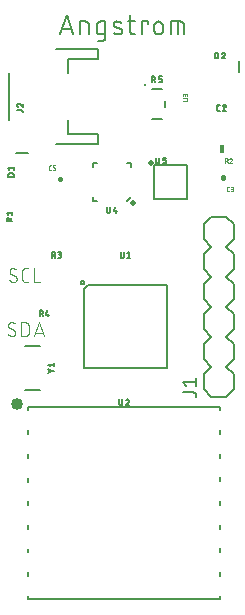
<source format=gbr>
G04 EAGLE Gerber RS-274X export*
G75*
%MOMM*%
%FSLAX34Y34*%
%LPD*%
%INSilkscreen Top*%
%IPPOS*%
%AMOC8*
5,1,8,0,0,1.08239X$1,22.5*%
G01*
%ADD10C,0.152400*%
%ADD11C,0.101600*%
%ADD12C,0.127000*%
%ADD13C,0.381000*%
%ADD14C,0.025400*%
%ADD15C,0.203200*%
%ADD16R,0.381000X0.762000*%
%ADD17C,1.016000*%
%ADD18C,0.254000*%
%ADD19C,0.508000*%


D10*
X51562Y637032D02*
X56981Y653288D01*
X62399Y637032D01*
X61045Y641096D02*
X52917Y641096D01*
X68478Y637032D02*
X68478Y647869D01*
X72994Y647869D01*
X73098Y647867D01*
X73201Y647861D01*
X73305Y647851D01*
X73408Y647837D01*
X73510Y647819D01*
X73611Y647798D01*
X73712Y647772D01*
X73811Y647743D01*
X73910Y647710D01*
X74007Y647673D01*
X74102Y647632D01*
X74196Y647588D01*
X74288Y647540D01*
X74378Y647489D01*
X74467Y647434D01*
X74553Y647376D01*
X74636Y647314D01*
X74718Y647250D01*
X74796Y647182D01*
X74872Y647112D01*
X74946Y647039D01*
X75016Y646962D01*
X75084Y646884D01*
X75148Y646802D01*
X75210Y646719D01*
X75268Y646633D01*
X75323Y646544D01*
X75374Y646454D01*
X75422Y646362D01*
X75466Y646268D01*
X75507Y646173D01*
X75544Y646076D01*
X75577Y645977D01*
X75606Y645878D01*
X75632Y645777D01*
X75653Y645676D01*
X75671Y645574D01*
X75685Y645471D01*
X75695Y645367D01*
X75701Y645264D01*
X75703Y645160D01*
X75703Y637032D01*
X85183Y637032D02*
X89698Y637032D01*
X85183Y637032D02*
X85082Y637034D01*
X84981Y637040D01*
X84880Y637049D01*
X84779Y637062D01*
X84679Y637079D01*
X84580Y637100D01*
X84482Y637124D01*
X84385Y637152D01*
X84288Y637184D01*
X84193Y637219D01*
X84100Y637258D01*
X84008Y637300D01*
X83917Y637346D01*
X83829Y637395D01*
X83742Y637447D01*
X83657Y637503D01*
X83574Y637561D01*
X83494Y637623D01*
X83416Y637688D01*
X83340Y637755D01*
X83267Y637825D01*
X83197Y637898D01*
X83130Y637974D01*
X83065Y638052D01*
X83003Y638132D01*
X82945Y638215D01*
X82889Y638300D01*
X82837Y638387D01*
X82788Y638475D01*
X82742Y638566D01*
X82700Y638658D01*
X82661Y638751D01*
X82626Y638846D01*
X82594Y638943D01*
X82566Y639040D01*
X82542Y639138D01*
X82521Y639237D01*
X82504Y639337D01*
X82491Y639438D01*
X82482Y639539D01*
X82476Y639640D01*
X82474Y639741D01*
X82473Y639741D02*
X82473Y645160D01*
X82474Y645160D02*
X82476Y645261D01*
X82482Y645362D01*
X82491Y645463D01*
X82504Y645564D01*
X82521Y645664D01*
X82542Y645763D01*
X82566Y645861D01*
X82594Y645958D01*
X82626Y646055D01*
X82661Y646150D01*
X82700Y646243D01*
X82742Y646335D01*
X82788Y646426D01*
X82837Y646515D01*
X82889Y646601D01*
X82945Y646686D01*
X83003Y646769D01*
X83065Y646849D01*
X83130Y646927D01*
X83197Y647003D01*
X83267Y647076D01*
X83340Y647146D01*
X83416Y647213D01*
X83494Y647278D01*
X83574Y647340D01*
X83657Y647398D01*
X83742Y647454D01*
X83829Y647506D01*
X83917Y647555D01*
X84008Y647601D01*
X84100Y647643D01*
X84193Y647682D01*
X84288Y647717D01*
X84385Y647749D01*
X84482Y647777D01*
X84580Y647801D01*
X84679Y647822D01*
X84779Y647839D01*
X84880Y647852D01*
X84981Y647861D01*
X85082Y647867D01*
X85183Y647869D01*
X89698Y647869D01*
X89698Y634323D01*
X89696Y634219D01*
X89690Y634116D01*
X89680Y634012D01*
X89666Y633909D01*
X89648Y633807D01*
X89627Y633706D01*
X89601Y633605D01*
X89572Y633506D01*
X89539Y633407D01*
X89502Y633310D01*
X89461Y633215D01*
X89417Y633121D01*
X89369Y633029D01*
X89318Y632939D01*
X89263Y632850D01*
X89205Y632764D01*
X89143Y632681D01*
X89079Y632599D01*
X89011Y632521D01*
X88941Y632445D01*
X88868Y632371D01*
X88791Y632301D01*
X88713Y632233D01*
X88631Y632169D01*
X88548Y632107D01*
X88462Y632049D01*
X88373Y631994D01*
X88283Y631943D01*
X88191Y631895D01*
X88097Y631851D01*
X88002Y631810D01*
X87905Y631773D01*
X87806Y631740D01*
X87707Y631711D01*
X87606Y631685D01*
X87505Y631664D01*
X87403Y631646D01*
X87300Y631632D01*
X87196Y631622D01*
X87093Y631616D01*
X86989Y631614D01*
X86989Y631613D02*
X83376Y631613D01*
X97969Y643354D02*
X102485Y641548D01*
X97969Y643354D02*
X97881Y643391D01*
X97795Y643432D01*
X97710Y643476D01*
X97627Y643524D01*
X97547Y643575D01*
X97468Y643629D01*
X97392Y643687D01*
X97318Y643747D01*
X97246Y643811D01*
X97178Y643877D01*
X97112Y643947D01*
X97049Y644018D01*
X96988Y644093D01*
X96931Y644169D01*
X96878Y644248D01*
X96827Y644329D01*
X96780Y644412D01*
X96736Y644497D01*
X96696Y644584D01*
X96659Y644672D01*
X96626Y644762D01*
X96596Y644853D01*
X96571Y644945D01*
X96549Y645038D01*
X96531Y645132D01*
X96516Y645226D01*
X96506Y645321D01*
X96500Y645417D01*
X96497Y645512D01*
X96498Y645608D01*
X96504Y645703D01*
X96513Y645799D01*
X96526Y645893D01*
X96542Y645987D01*
X96563Y646081D01*
X96588Y646173D01*
X96616Y646264D01*
X96648Y646354D01*
X96683Y646443D01*
X96722Y646530D01*
X96765Y646616D01*
X96811Y646700D01*
X96861Y646781D01*
X96913Y646861D01*
X96969Y646939D01*
X97029Y647014D01*
X97091Y647086D01*
X97156Y647156D01*
X97224Y647224D01*
X97294Y647288D01*
X97367Y647350D01*
X97443Y647408D01*
X97521Y647464D01*
X97601Y647516D01*
X97683Y647565D01*
X97767Y647610D01*
X97853Y647652D01*
X97940Y647691D01*
X98029Y647726D01*
X98120Y647757D01*
X98211Y647784D01*
X98304Y647808D01*
X98397Y647828D01*
X98491Y647844D01*
X98586Y647856D01*
X98681Y647865D01*
X98777Y647869D01*
X98872Y647870D01*
X99119Y647863D01*
X99365Y647851D01*
X99611Y647833D01*
X99857Y647808D01*
X100101Y647778D01*
X100345Y647742D01*
X100588Y647701D01*
X100830Y647653D01*
X101071Y647599D01*
X101310Y647540D01*
X101548Y647475D01*
X101784Y647404D01*
X102019Y647328D01*
X102252Y647246D01*
X102482Y647158D01*
X102710Y647065D01*
X102937Y646967D01*
X102485Y641547D02*
X102573Y641510D01*
X102659Y641469D01*
X102744Y641425D01*
X102827Y641377D01*
X102907Y641326D01*
X102986Y641272D01*
X103062Y641214D01*
X103136Y641154D01*
X103208Y641090D01*
X103276Y641024D01*
X103342Y640954D01*
X103405Y640883D01*
X103466Y640808D01*
X103523Y640732D01*
X103576Y640653D01*
X103627Y640572D01*
X103674Y640489D01*
X103718Y640404D01*
X103758Y640317D01*
X103795Y640229D01*
X103828Y640139D01*
X103858Y640048D01*
X103883Y639956D01*
X103905Y639863D01*
X103923Y639769D01*
X103938Y639675D01*
X103948Y639580D01*
X103954Y639484D01*
X103957Y639389D01*
X103956Y639293D01*
X103950Y639198D01*
X103941Y639102D01*
X103928Y639008D01*
X103912Y638914D01*
X103891Y638820D01*
X103866Y638728D01*
X103838Y638637D01*
X103806Y638547D01*
X103771Y638458D01*
X103732Y638371D01*
X103689Y638285D01*
X103643Y638201D01*
X103593Y638120D01*
X103541Y638040D01*
X103485Y637962D01*
X103425Y637887D01*
X103363Y637815D01*
X103298Y637745D01*
X103230Y637677D01*
X103160Y637613D01*
X103087Y637551D01*
X103011Y637493D01*
X102933Y637437D01*
X102853Y637385D01*
X102771Y637336D01*
X102687Y637291D01*
X102601Y637249D01*
X102514Y637210D01*
X102425Y637175D01*
X102334Y637144D01*
X102243Y637117D01*
X102150Y637093D01*
X102057Y637073D01*
X101963Y637057D01*
X101868Y637045D01*
X101773Y637036D01*
X101677Y637032D01*
X101582Y637031D01*
X101581Y637032D02*
X101219Y637041D01*
X100857Y637059D01*
X100496Y637086D01*
X100136Y637121D01*
X99776Y637164D01*
X99417Y637216D01*
X99060Y637277D01*
X98705Y637346D01*
X98351Y637423D01*
X97999Y637509D01*
X97649Y637603D01*
X97301Y637706D01*
X96956Y637816D01*
X96614Y637935D01*
X108864Y647869D02*
X114283Y647869D01*
X110671Y653288D02*
X110671Y639741D01*
X110673Y639640D01*
X110679Y639539D01*
X110688Y639438D01*
X110701Y639337D01*
X110718Y639237D01*
X110739Y639138D01*
X110763Y639040D01*
X110791Y638943D01*
X110823Y638846D01*
X110858Y638751D01*
X110897Y638658D01*
X110939Y638566D01*
X110985Y638475D01*
X111034Y638387D01*
X111086Y638300D01*
X111142Y638215D01*
X111200Y638132D01*
X111262Y638052D01*
X111327Y637974D01*
X111394Y637898D01*
X111464Y637825D01*
X111537Y637755D01*
X111613Y637688D01*
X111691Y637623D01*
X111771Y637561D01*
X111854Y637503D01*
X111939Y637447D01*
X112026Y637395D01*
X112114Y637346D01*
X112205Y637300D01*
X112297Y637258D01*
X112390Y637219D01*
X112485Y637184D01*
X112582Y637152D01*
X112679Y637124D01*
X112777Y637100D01*
X112876Y637079D01*
X112976Y637062D01*
X113077Y637049D01*
X113178Y637040D01*
X113279Y637034D01*
X113380Y637032D01*
X114283Y637032D01*
X120667Y637032D02*
X120667Y647869D01*
X126086Y647869D01*
X126086Y646063D01*
X131003Y644257D02*
X131003Y640644D01*
X131004Y644257D02*
X131006Y644376D01*
X131012Y644496D01*
X131022Y644615D01*
X131036Y644733D01*
X131053Y644852D01*
X131075Y644969D01*
X131100Y645086D01*
X131130Y645201D01*
X131163Y645316D01*
X131200Y645430D01*
X131240Y645542D01*
X131285Y645653D01*
X131333Y645762D01*
X131384Y645870D01*
X131439Y645976D01*
X131498Y646080D01*
X131560Y646182D01*
X131625Y646282D01*
X131694Y646380D01*
X131766Y646476D01*
X131841Y646569D01*
X131918Y646659D01*
X131999Y646747D01*
X132083Y646832D01*
X132170Y646914D01*
X132259Y646994D01*
X132351Y647070D01*
X132445Y647144D01*
X132542Y647214D01*
X132640Y647281D01*
X132741Y647345D01*
X132845Y647405D01*
X132950Y647462D01*
X133057Y647515D01*
X133165Y647565D01*
X133275Y647611D01*
X133387Y647653D01*
X133500Y647692D01*
X133614Y647727D01*
X133729Y647758D01*
X133846Y647786D01*
X133963Y647809D01*
X134080Y647829D01*
X134199Y647845D01*
X134318Y647857D01*
X134437Y647865D01*
X134556Y647869D01*
X134676Y647869D01*
X134795Y647865D01*
X134914Y647857D01*
X135033Y647845D01*
X135152Y647829D01*
X135269Y647809D01*
X135386Y647786D01*
X135503Y647758D01*
X135618Y647727D01*
X135732Y647692D01*
X135845Y647653D01*
X135957Y647611D01*
X136067Y647565D01*
X136175Y647515D01*
X136282Y647462D01*
X136387Y647405D01*
X136491Y647345D01*
X136592Y647281D01*
X136690Y647214D01*
X136787Y647144D01*
X136881Y647070D01*
X136973Y646994D01*
X137062Y646914D01*
X137149Y646832D01*
X137233Y646747D01*
X137314Y646659D01*
X137391Y646569D01*
X137466Y646476D01*
X137538Y646380D01*
X137607Y646282D01*
X137672Y646182D01*
X137734Y646080D01*
X137793Y645976D01*
X137848Y645870D01*
X137899Y645762D01*
X137947Y645653D01*
X137992Y645542D01*
X138032Y645430D01*
X138069Y645316D01*
X138102Y645201D01*
X138132Y645086D01*
X138157Y644969D01*
X138179Y644852D01*
X138196Y644733D01*
X138210Y644615D01*
X138220Y644496D01*
X138226Y644376D01*
X138228Y644257D01*
X138228Y640644D01*
X138226Y640525D01*
X138220Y640405D01*
X138210Y640286D01*
X138196Y640168D01*
X138179Y640049D01*
X138157Y639932D01*
X138132Y639815D01*
X138102Y639700D01*
X138069Y639585D01*
X138032Y639471D01*
X137992Y639359D01*
X137947Y639248D01*
X137899Y639139D01*
X137848Y639031D01*
X137793Y638925D01*
X137734Y638821D01*
X137672Y638719D01*
X137607Y638619D01*
X137538Y638521D01*
X137466Y638425D01*
X137391Y638332D01*
X137314Y638242D01*
X137233Y638154D01*
X137149Y638069D01*
X137062Y637987D01*
X136973Y637907D01*
X136881Y637831D01*
X136787Y637757D01*
X136690Y637687D01*
X136592Y637620D01*
X136491Y637556D01*
X136387Y637496D01*
X136282Y637439D01*
X136175Y637386D01*
X136067Y637336D01*
X135957Y637290D01*
X135845Y637248D01*
X135732Y637209D01*
X135618Y637174D01*
X135503Y637143D01*
X135386Y637115D01*
X135269Y637092D01*
X135152Y637072D01*
X135033Y637056D01*
X134914Y637044D01*
X134795Y637036D01*
X134676Y637032D01*
X134556Y637032D01*
X134437Y637036D01*
X134318Y637044D01*
X134199Y637056D01*
X134080Y637072D01*
X133963Y637092D01*
X133846Y637115D01*
X133729Y637143D01*
X133614Y637174D01*
X133500Y637209D01*
X133387Y637248D01*
X133275Y637290D01*
X133165Y637336D01*
X133057Y637386D01*
X132950Y637439D01*
X132845Y637496D01*
X132741Y637556D01*
X132640Y637620D01*
X132542Y637687D01*
X132445Y637757D01*
X132351Y637831D01*
X132259Y637907D01*
X132170Y637987D01*
X132083Y638069D01*
X131999Y638154D01*
X131918Y638242D01*
X131841Y638332D01*
X131766Y638425D01*
X131694Y638521D01*
X131625Y638619D01*
X131560Y638719D01*
X131498Y638821D01*
X131439Y638925D01*
X131384Y639031D01*
X131333Y639139D01*
X131285Y639248D01*
X131240Y639359D01*
X131200Y639471D01*
X131163Y639585D01*
X131130Y639700D01*
X131100Y639815D01*
X131075Y639932D01*
X131053Y640049D01*
X131036Y640168D01*
X131022Y640286D01*
X131012Y640405D01*
X131006Y640525D01*
X131004Y640644D01*
X145349Y637032D02*
X145349Y647869D01*
X153477Y647869D01*
X153578Y647867D01*
X153679Y647861D01*
X153780Y647852D01*
X153881Y647839D01*
X153981Y647822D01*
X154080Y647801D01*
X154178Y647777D01*
X154275Y647749D01*
X154372Y647717D01*
X154467Y647682D01*
X154560Y647643D01*
X154652Y647601D01*
X154743Y647555D01*
X154832Y647506D01*
X154918Y647454D01*
X155003Y647398D01*
X155086Y647340D01*
X155166Y647278D01*
X155244Y647213D01*
X155320Y647146D01*
X155393Y647076D01*
X155463Y647003D01*
X155530Y646927D01*
X155595Y646849D01*
X155657Y646769D01*
X155715Y646686D01*
X155771Y646601D01*
X155823Y646515D01*
X155872Y646426D01*
X155918Y646335D01*
X155960Y646243D01*
X155999Y646150D01*
X156034Y646055D01*
X156066Y645958D01*
X156094Y645861D01*
X156118Y645763D01*
X156139Y645664D01*
X156156Y645564D01*
X156169Y645463D01*
X156178Y645362D01*
X156184Y645261D01*
X156186Y645160D01*
X156187Y645160D02*
X156187Y637032D01*
X150768Y637032D02*
X150768Y647869D01*
D11*
X14619Y429824D02*
X14617Y429725D01*
X14611Y429625D01*
X14602Y429526D01*
X14589Y429428D01*
X14572Y429330D01*
X14551Y429232D01*
X14526Y429136D01*
X14498Y429041D01*
X14466Y428947D01*
X14431Y428854D01*
X14392Y428762D01*
X14349Y428672D01*
X14304Y428584D01*
X14254Y428497D01*
X14202Y428413D01*
X14146Y428330D01*
X14088Y428250D01*
X14026Y428172D01*
X13961Y428097D01*
X13893Y428024D01*
X13823Y427954D01*
X13750Y427886D01*
X13675Y427821D01*
X13597Y427759D01*
X13517Y427701D01*
X13434Y427645D01*
X13350Y427593D01*
X13263Y427543D01*
X13175Y427498D01*
X13085Y427455D01*
X12993Y427416D01*
X12900Y427381D01*
X12806Y427349D01*
X12711Y427321D01*
X12615Y427296D01*
X12517Y427275D01*
X12419Y427258D01*
X12321Y427245D01*
X12222Y427236D01*
X12122Y427230D01*
X12023Y427228D01*
X11879Y427230D01*
X11734Y427236D01*
X11590Y427245D01*
X11447Y427258D01*
X11303Y427275D01*
X11160Y427296D01*
X11018Y427321D01*
X10877Y427349D01*
X10736Y427381D01*
X10596Y427417D01*
X10457Y427456D01*
X10319Y427499D01*
X10183Y427546D01*
X10047Y427596D01*
X9913Y427650D01*
X9781Y427707D01*
X9650Y427768D01*
X9521Y427832D01*
X9393Y427900D01*
X9267Y427970D01*
X9143Y428045D01*
X9022Y428122D01*
X8902Y428203D01*
X8784Y428286D01*
X8669Y428373D01*
X8556Y428463D01*
X8445Y428556D01*
X8337Y428651D01*
X8231Y428750D01*
X8128Y428851D01*
X8453Y436316D02*
X8455Y436415D01*
X8461Y436515D01*
X8470Y436614D01*
X8483Y436712D01*
X8500Y436810D01*
X8521Y436908D01*
X8546Y437004D01*
X8574Y437099D01*
X8606Y437193D01*
X8641Y437286D01*
X8680Y437378D01*
X8723Y437468D01*
X8768Y437556D01*
X8818Y437643D01*
X8870Y437727D01*
X8926Y437810D01*
X8984Y437890D01*
X9046Y437968D01*
X9111Y438043D01*
X9179Y438116D01*
X9249Y438186D01*
X9322Y438254D01*
X9397Y438319D01*
X9475Y438381D01*
X9555Y438439D01*
X9638Y438495D01*
X9722Y438547D01*
X9809Y438597D01*
X9897Y438642D01*
X9987Y438685D01*
X10079Y438724D01*
X10172Y438759D01*
X10266Y438791D01*
X10361Y438819D01*
X10458Y438844D01*
X10555Y438865D01*
X10653Y438882D01*
X10751Y438895D01*
X10850Y438904D01*
X10950Y438910D01*
X11049Y438912D01*
X11185Y438910D01*
X11321Y438904D01*
X11457Y438895D01*
X11593Y438882D01*
X11728Y438864D01*
X11862Y438844D01*
X11996Y438819D01*
X12130Y438791D01*
X12262Y438758D01*
X12393Y438723D01*
X12524Y438683D01*
X12653Y438640D01*
X12781Y438594D01*
X12907Y438543D01*
X13033Y438490D01*
X13156Y438432D01*
X13278Y438372D01*
X13398Y438308D01*
X13517Y438240D01*
X13633Y438170D01*
X13747Y438096D01*
X13860Y438019D01*
X13970Y437938D01*
X9751Y434044D02*
X9665Y434097D01*
X9581Y434154D01*
X9499Y434213D01*
X9419Y434276D01*
X9342Y434342D01*
X9267Y434410D01*
X9195Y434482D01*
X9126Y434556D01*
X9060Y434633D01*
X8997Y434712D01*
X8937Y434794D01*
X8880Y434878D01*
X8826Y434964D01*
X8776Y435052D01*
X8729Y435142D01*
X8685Y435233D01*
X8646Y435327D01*
X8609Y435421D01*
X8577Y435517D01*
X8548Y435615D01*
X8523Y435713D01*
X8502Y435812D01*
X8484Y435912D01*
X8471Y436012D01*
X8461Y436113D01*
X8455Y436215D01*
X8453Y436316D01*
X13321Y432096D02*
X13407Y432043D01*
X13491Y431986D01*
X13573Y431927D01*
X13653Y431864D01*
X13730Y431798D01*
X13805Y431730D01*
X13877Y431658D01*
X13946Y431584D01*
X14012Y431507D01*
X14075Y431428D01*
X14135Y431346D01*
X14192Y431262D01*
X14246Y431176D01*
X14296Y431088D01*
X14343Y430998D01*
X14387Y430907D01*
X14426Y430813D01*
X14463Y430719D01*
X14495Y430623D01*
X14524Y430525D01*
X14549Y430427D01*
X14570Y430328D01*
X14588Y430228D01*
X14601Y430128D01*
X14611Y430027D01*
X14617Y429925D01*
X14619Y429824D01*
X13321Y432096D02*
X9751Y434044D01*
X21740Y427228D02*
X24337Y427228D01*
X21740Y427228D02*
X21641Y427230D01*
X21541Y427236D01*
X21442Y427245D01*
X21344Y427258D01*
X21246Y427275D01*
X21148Y427296D01*
X21052Y427321D01*
X20957Y427349D01*
X20863Y427381D01*
X20770Y427416D01*
X20678Y427455D01*
X20588Y427498D01*
X20500Y427543D01*
X20413Y427593D01*
X20329Y427645D01*
X20246Y427701D01*
X20166Y427759D01*
X20088Y427821D01*
X20013Y427886D01*
X19940Y427954D01*
X19870Y428024D01*
X19802Y428097D01*
X19737Y428172D01*
X19675Y428250D01*
X19617Y428330D01*
X19561Y428413D01*
X19509Y428497D01*
X19459Y428584D01*
X19414Y428672D01*
X19371Y428762D01*
X19332Y428854D01*
X19297Y428947D01*
X19265Y429041D01*
X19237Y429136D01*
X19212Y429232D01*
X19191Y429330D01*
X19174Y429428D01*
X19161Y429526D01*
X19152Y429625D01*
X19146Y429725D01*
X19144Y429824D01*
X19144Y436316D01*
X19146Y436415D01*
X19152Y436515D01*
X19161Y436614D01*
X19174Y436712D01*
X19191Y436810D01*
X19212Y436908D01*
X19237Y437004D01*
X19265Y437099D01*
X19297Y437193D01*
X19332Y437286D01*
X19371Y437378D01*
X19414Y437468D01*
X19459Y437556D01*
X19509Y437643D01*
X19561Y437727D01*
X19617Y437810D01*
X19675Y437890D01*
X19737Y437968D01*
X19802Y438043D01*
X19870Y438116D01*
X19940Y438186D01*
X20013Y438254D01*
X20088Y438319D01*
X20166Y438381D01*
X20246Y438439D01*
X20329Y438495D01*
X20413Y438547D01*
X20500Y438597D01*
X20588Y438642D01*
X20678Y438685D01*
X20770Y438724D01*
X20862Y438759D01*
X20957Y438791D01*
X21052Y438819D01*
X21148Y438844D01*
X21246Y438865D01*
X21344Y438882D01*
X21442Y438895D01*
X21541Y438904D01*
X21641Y438910D01*
X21740Y438912D01*
X24337Y438912D01*
X29106Y438912D02*
X29106Y427228D01*
X34298Y427228D01*
X13349Y384104D02*
X13347Y384005D01*
X13341Y383905D01*
X13332Y383806D01*
X13319Y383708D01*
X13302Y383610D01*
X13281Y383512D01*
X13256Y383416D01*
X13228Y383321D01*
X13196Y383227D01*
X13161Y383134D01*
X13122Y383042D01*
X13079Y382952D01*
X13034Y382864D01*
X12984Y382777D01*
X12932Y382693D01*
X12876Y382610D01*
X12818Y382530D01*
X12756Y382452D01*
X12691Y382377D01*
X12623Y382304D01*
X12553Y382234D01*
X12480Y382166D01*
X12405Y382101D01*
X12327Y382039D01*
X12247Y381981D01*
X12164Y381925D01*
X12080Y381873D01*
X11993Y381823D01*
X11905Y381778D01*
X11815Y381735D01*
X11723Y381696D01*
X11630Y381661D01*
X11536Y381629D01*
X11441Y381601D01*
X11345Y381576D01*
X11247Y381555D01*
X11149Y381538D01*
X11051Y381525D01*
X10952Y381516D01*
X10852Y381510D01*
X10753Y381508D01*
X10609Y381510D01*
X10464Y381516D01*
X10320Y381525D01*
X10177Y381538D01*
X10033Y381555D01*
X9890Y381576D01*
X9748Y381601D01*
X9607Y381629D01*
X9466Y381661D01*
X9326Y381697D01*
X9187Y381736D01*
X9049Y381779D01*
X8913Y381826D01*
X8777Y381876D01*
X8643Y381930D01*
X8511Y381987D01*
X8380Y382048D01*
X8251Y382112D01*
X8123Y382180D01*
X7997Y382250D01*
X7873Y382325D01*
X7752Y382402D01*
X7632Y382483D01*
X7514Y382566D01*
X7399Y382653D01*
X7286Y382743D01*
X7175Y382836D01*
X7067Y382931D01*
X6961Y383030D01*
X6858Y383131D01*
X7183Y390596D02*
X7185Y390695D01*
X7191Y390795D01*
X7200Y390894D01*
X7213Y390992D01*
X7230Y391090D01*
X7251Y391188D01*
X7276Y391284D01*
X7304Y391379D01*
X7336Y391473D01*
X7371Y391566D01*
X7410Y391658D01*
X7453Y391748D01*
X7498Y391836D01*
X7548Y391923D01*
X7600Y392007D01*
X7656Y392090D01*
X7714Y392170D01*
X7776Y392248D01*
X7841Y392323D01*
X7909Y392396D01*
X7979Y392466D01*
X8052Y392534D01*
X8127Y392599D01*
X8205Y392661D01*
X8285Y392719D01*
X8368Y392775D01*
X8452Y392827D01*
X8539Y392877D01*
X8627Y392922D01*
X8717Y392965D01*
X8809Y393004D01*
X8902Y393039D01*
X8996Y393071D01*
X9091Y393099D01*
X9188Y393124D01*
X9285Y393145D01*
X9383Y393162D01*
X9481Y393175D01*
X9580Y393184D01*
X9680Y393190D01*
X9779Y393192D01*
X9915Y393190D01*
X10051Y393184D01*
X10187Y393175D01*
X10323Y393162D01*
X10458Y393144D01*
X10592Y393124D01*
X10726Y393099D01*
X10860Y393071D01*
X10992Y393038D01*
X11123Y393003D01*
X11254Y392963D01*
X11383Y392920D01*
X11511Y392874D01*
X11637Y392823D01*
X11763Y392770D01*
X11886Y392712D01*
X12008Y392652D01*
X12128Y392588D01*
X12247Y392520D01*
X12363Y392450D01*
X12477Y392376D01*
X12590Y392299D01*
X12700Y392218D01*
X8481Y388324D02*
X8395Y388377D01*
X8311Y388434D01*
X8229Y388493D01*
X8149Y388556D01*
X8072Y388622D01*
X7997Y388690D01*
X7925Y388762D01*
X7856Y388836D01*
X7790Y388913D01*
X7727Y388992D01*
X7667Y389074D01*
X7610Y389158D01*
X7556Y389244D01*
X7506Y389332D01*
X7459Y389422D01*
X7415Y389513D01*
X7376Y389607D01*
X7339Y389701D01*
X7307Y389797D01*
X7278Y389895D01*
X7253Y389993D01*
X7232Y390092D01*
X7214Y390192D01*
X7201Y390292D01*
X7191Y390393D01*
X7185Y390495D01*
X7183Y390596D01*
X12051Y386376D02*
X12137Y386323D01*
X12221Y386266D01*
X12303Y386207D01*
X12383Y386144D01*
X12460Y386078D01*
X12535Y386010D01*
X12607Y385938D01*
X12676Y385864D01*
X12742Y385787D01*
X12805Y385708D01*
X12865Y385626D01*
X12922Y385542D01*
X12976Y385456D01*
X13026Y385368D01*
X13073Y385278D01*
X13117Y385187D01*
X13156Y385093D01*
X13193Y384999D01*
X13225Y384903D01*
X13254Y384805D01*
X13279Y384707D01*
X13300Y384608D01*
X13318Y384508D01*
X13331Y384408D01*
X13341Y384307D01*
X13347Y384205D01*
X13349Y384104D01*
X12051Y386376D02*
X8481Y388324D01*
X18288Y393192D02*
X18288Y381508D01*
X18288Y393192D02*
X21534Y393192D01*
X21647Y393190D01*
X21760Y393184D01*
X21873Y393174D01*
X21986Y393160D01*
X22098Y393143D01*
X22209Y393121D01*
X22319Y393096D01*
X22429Y393066D01*
X22537Y393033D01*
X22644Y392996D01*
X22750Y392956D01*
X22854Y392911D01*
X22957Y392863D01*
X23058Y392812D01*
X23157Y392757D01*
X23254Y392699D01*
X23349Y392637D01*
X23442Y392572D01*
X23532Y392504D01*
X23620Y392433D01*
X23706Y392358D01*
X23789Y392281D01*
X23869Y392201D01*
X23946Y392118D01*
X24021Y392032D01*
X24092Y391944D01*
X24160Y391854D01*
X24225Y391761D01*
X24287Y391666D01*
X24345Y391569D01*
X24400Y391470D01*
X24451Y391369D01*
X24499Y391266D01*
X24544Y391162D01*
X24584Y391056D01*
X24621Y390949D01*
X24654Y390841D01*
X24684Y390731D01*
X24709Y390621D01*
X24731Y390510D01*
X24748Y390398D01*
X24762Y390285D01*
X24772Y390172D01*
X24778Y390059D01*
X24780Y389946D01*
X24779Y389946D02*
X24779Y384754D01*
X24780Y384754D02*
X24778Y384641D01*
X24772Y384528D01*
X24762Y384415D01*
X24748Y384302D01*
X24731Y384190D01*
X24709Y384079D01*
X24684Y383969D01*
X24654Y383859D01*
X24621Y383751D01*
X24584Y383644D01*
X24544Y383538D01*
X24499Y383434D01*
X24451Y383331D01*
X24400Y383230D01*
X24345Y383131D01*
X24287Y383034D01*
X24225Y382939D01*
X24160Y382846D01*
X24092Y382756D01*
X24021Y382668D01*
X23946Y382582D01*
X23869Y382499D01*
X23789Y382419D01*
X23706Y382342D01*
X23620Y382267D01*
X23532Y382196D01*
X23442Y382128D01*
X23349Y382063D01*
X23254Y382001D01*
X23157Y381943D01*
X23058Y381888D01*
X22957Y381837D01*
X22854Y381789D01*
X22750Y381744D01*
X22644Y381704D01*
X22537Y381667D01*
X22429Y381634D01*
X22319Y381604D01*
X22209Y381579D01*
X22098Y381557D01*
X21986Y381540D01*
X21873Y381526D01*
X21760Y381516D01*
X21647Y381510D01*
X21534Y381508D01*
X18288Y381508D01*
X29450Y381508D02*
X33345Y393192D01*
X37239Y381508D01*
X36266Y384429D02*
X30424Y384429D01*
D12*
X185392Y572135D02*
X186464Y572135D01*
X185392Y572135D02*
X185327Y572137D01*
X185263Y572143D01*
X185199Y572153D01*
X185135Y572166D01*
X185073Y572184D01*
X185012Y572205D01*
X184952Y572229D01*
X184894Y572258D01*
X184837Y572290D01*
X184783Y572325D01*
X184731Y572363D01*
X184681Y572405D01*
X184634Y572449D01*
X184590Y572496D01*
X184548Y572546D01*
X184510Y572598D01*
X184475Y572652D01*
X184443Y572709D01*
X184414Y572767D01*
X184390Y572827D01*
X184369Y572888D01*
X184351Y572950D01*
X184338Y573014D01*
X184328Y573078D01*
X184322Y573142D01*
X184320Y573207D01*
X184319Y573207D02*
X184319Y575889D01*
X184320Y575889D02*
X184322Y575954D01*
X184328Y576018D01*
X184338Y576082D01*
X184351Y576146D01*
X184369Y576208D01*
X184390Y576269D01*
X184414Y576329D01*
X184443Y576387D01*
X184475Y576444D01*
X184510Y576498D01*
X184548Y576550D01*
X184590Y576600D01*
X184634Y576647D01*
X184681Y576691D01*
X184731Y576733D01*
X184783Y576771D01*
X184837Y576806D01*
X184894Y576838D01*
X184952Y576867D01*
X185012Y576891D01*
X185073Y576912D01*
X185135Y576930D01*
X185199Y576943D01*
X185263Y576953D01*
X185327Y576959D01*
X185392Y576961D01*
X186464Y576961D01*
X188920Y575889D02*
X190260Y576961D01*
X190260Y572135D01*
X188920Y572135D02*
X191601Y572135D01*
X186464Y572389D02*
X185392Y572389D01*
X185327Y572391D01*
X185263Y572397D01*
X185199Y572407D01*
X185135Y572420D01*
X185073Y572438D01*
X185012Y572459D01*
X184952Y572483D01*
X184894Y572512D01*
X184837Y572544D01*
X184783Y572579D01*
X184731Y572617D01*
X184681Y572659D01*
X184634Y572703D01*
X184590Y572750D01*
X184548Y572800D01*
X184510Y572852D01*
X184475Y572906D01*
X184443Y572963D01*
X184414Y573021D01*
X184390Y573081D01*
X184369Y573142D01*
X184351Y573204D01*
X184338Y573268D01*
X184328Y573332D01*
X184322Y573396D01*
X184320Y573461D01*
X184319Y573461D02*
X184319Y576143D01*
X184320Y576143D02*
X184322Y576208D01*
X184328Y576272D01*
X184338Y576336D01*
X184351Y576400D01*
X184369Y576462D01*
X184390Y576523D01*
X184414Y576583D01*
X184443Y576641D01*
X184475Y576698D01*
X184510Y576752D01*
X184548Y576804D01*
X184590Y576854D01*
X184634Y576901D01*
X184681Y576945D01*
X184731Y576987D01*
X184783Y577025D01*
X184837Y577060D01*
X184894Y577092D01*
X184952Y577121D01*
X185012Y577145D01*
X185073Y577166D01*
X185135Y577184D01*
X185199Y577197D01*
X185263Y577207D01*
X185327Y577213D01*
X185392Y577215D01*
X186464Y577215D01*
X190394Y577215D02*
X190462Y577213D01*
X190529Y577207D01*
X190596Y577198D01*
X190663Y577185D01*
X190728Y577168D01*
X190793Y577147D01*
X190856Y577123D01*
X190918Y577095D01*
X190978Y577064D01*
X191036Y577030D01*
X191092Y576992D01*
X191147Y576952D01*
X191198Y576908D01*
X191247Y576861D01*
X191294Y576812D01*
X191338Y576761D01*
X191378Y576706D01*
X191416Y576650D01*
X191450Y576592D01*
X191481Y576532D01*
X191509Y576470D01*
X191533Y576407D01*
X191554Y576342D01*
X191571Y576277D01*
X191584Y576210D01*
X191593Y576143D01*
X191599Y576076D01*
X191601Y576008D01*
X190394Y577215D02*
X190316Y577213D01*
X190238Y577207D01*
X190161Y577197D01*
X190084Y577184D01*
X190008Y577166D01*
X189933Y577145D01*
X189859Y577120D01*
X189787Y577091D01*
X189716Y577059D01*
X189647Y577023D01*
X189579Y576984D01*
X189514Y576941D01*
X189451Y576895D01*
X189390Y576846D01*
X189332Y576794D01*
X189277Y576739D01*
X189224Y576682D01*
X189175Y576622D01*
X189128Y576559D01*
X189085Y576495D01*
X189045Y576428D01*
X189008Y576359D01*
X188975Y576288D01*
X188945Y576216D01*
X188919Y576143D01*
X191199Y575070D02*
X191248Y575119D01*
X191295Y575171D01*
X191338Y575226D01*
X191379Y575283D01*
X191417Y575342D01*
X191451Y575403D01*
X191482Y575466D01*
X191510Y575530D01*
X191534Y575596D01*
X191554Y575662D01*
X191571Y575730D01*
X191584Y575799D01*
X191593Y575868D01*
X191599Y575938D01*
X191601Y576008D01*
X191199Y575070D02*
X188920Y572389D01*
X191601Y572389D01*
D13*
X189230Y515899D02*
X189230Y515341D01*
D14*
X193666Y504063D02*
X194512Y504063D01*
X193666Y504063D02*
X193611Y504065D01*
X193555Y504070D01*
X193501Y504079D01*
X193447Y504092D01*
X193394Y504108D01*
X193342Y504127D01*
X193291Y504150D01*
X193243Y504176D01*
X193195Y504206D01*
X193150Y504238D01*
X193108Y504273D01*
X193067Y504311D01*
X193029Y504352D01*
X192994Y504394D01*
X192962Y504439D01*
X192932Y504487D01*
X192906Y504535D01*
X192883Y504586D01*
X192864Y504638D01*
X192848Y504691D01*
X192835Y504745D01*
X192826Y504799D01*
X192821Y504855D01*
X192819Y504910D01*
X192819Y507026D01*
X192821Y507084D01*
X192827Y507141D01*
X192837Y507198D01*
X192850Y507255D01*
X192868Y507310D01*
X192889Y507363D01*
X192914Y507416D01*
X192942Y507466D01*
X192974Y507514D01*
X193009Y507561D01*
X193047Y507604D01*
X193088Y507645D01*
X193131Y507683D01*
X193178Y507718D01*
X193226Y507750D01*
X193276Y507778D01*
X193329Y507803D01*
X193382Y507824D01*
X193437Y507842D01*
X193494Y507855D01*
X193551Y507865D01*
X193608Y507871D01*
X193666Y507873D01*
X194512Y507873D01*
X195876Y504063D02*
X196935Y504063D01*
X196999Y504065D01*
X197063Y504071D01*
X197126Y504080D01*
X197188Y504094D01*
X197250Y504111D01*
X197310Y504132D01*
X197369Y504156D01*
X197427Y504184D01*
X197482Y504216D01*
X197536Y504250D01*
X197587Y504288D01*
X197637Y504329D01*
X197683Y504373D01*
X197727Y504419D01*
X197768Y504469D01*
X197806Y504520D01*
X197840Y504574D01*
X197872Y504629D01*
X197900Y504687D01*
X197924Y504746D01*
X197945Y504806D01*
X197962Y504868D01*
X197976Y504930D01*
X197985Y504993D01*
X197991Y505057D01*
X197993Y505121D01*
X197991Y505185D01*
X197985Y505249D01*
X197976Y505312D01*
X197962Y505374D01*
X197945Y505436D01*
X197924Y505496D01*
X197900Y505555D01*
X197872Y505613D01*
X197840Y505668D01*
X197806Y505722D01*
X197768Y505773D01*
X197727Y505823D01*
X197683Y505869D01*
X197637Y505913D01*
X197587Y505954D01*
X197536Y505992D01*
X197482Y506026D01*
X197427Y506058D01*
X197369Y506086D01*
X197310Y506110D01*
X197250Y506131D01*
X197188Y506148D01*
X197126Y506162D01*
X197063Y506171D01*
X196999Y506177D01*
X196935Y506179D01*
X197146Y507873D02*
X195876Y507873D01*
X197146Y507873D02*
X197203Y507871D01*
X197259Y507865D01*
X197315Y507856D01*
X197370Y507843D01*
X197424Y507826D01*
X197477Y507806D01*
X197528Y507782D01*
X197578Y507755D01*
X197625Y507724D01*
X197671Y507691D01*
X197714Y507654D01*
X197755Y507615D01*
X197793Y507573D01*
X197828Y507528D01*
X197860Y507482D01*
X197889Y507433D01*
X197914Y507383D01*
X197936Y507330D01*
X197955Y507277D01*
X197970Y507222D01*
X197981Y507167D01*
X197989Y507111D01*
X197993Y507054D01*
X197993Y506998D01*
X197989Y506941D01*
X197981Y506885D01*
X197970Y506830D01*
X197955Y506775D01*
X197936Y506722D01*
X197914Y506669D01*
X197889Y506619D01*
X197860Y506570D01*
X197828Y506524D01*
X197793Y506479D01*
X197755Y506437D01*
X197714Y506398D01*
X197671Y506361D01*
X197625Y506328D01*
X197578Y506297D01*
X197528Y506270D01*
X197477Y506246D01*
X197424Y506226D01*
X197370Y506209D01*
X197315Y506196D01*
X197259Y506187D01*
X197203Y506181D01*
X197146Y506179D01*
X197146Y506180D02*
X196300Y506180D01*
D13*
X50800Y514071D02*
X50800Y514629D01*
D14*
X43730Y522097D02*
X42884Y522097D01*
X42829Y522099D01*
X42773Y522104D01*
X42719Y522113D01*
X42665Y522126D01*
X42612Y522142D01*
X42560Y522161D01*
X42509Y522184D01*
X42461Y522210D01*
X42413Y522240D01*
X42368Y522272D01*
X42326Y522307D01*
X42285Y522345D01*
X42247Y522386D01*
X42212Y522428D01*
X42180Y522473D01*
X42150Y522521D01*
X42124Y522569D01*
X42101Y522620D01*
X42082Y522672D01*
X42066Y522725D01*
X42053Y522779D01*
X42044Y522833D01*
X42039Y522889D01*
X42037Y522944D01*
X42037Y525060D01*
X42039Y525118D01*
X42045Y525175D01*
X42055Y525232D01*
X42068Y525289D01*
X42086Y525344D01*
X42107Y525397D01*
X42132Y525450D01*
X42160Y525500D01*
X42192Y525548D01*
X42227Y525595D01*
X42265Y525638D01*
X42306Y525679D01*
X42349Y525717D01*
X42396Y525752D01*
X42444Y525784D01*
X42494Y525812D01*
X42547Y525837D01*
X42600Y525858D01*
X42655Y525876D01*
X42712Y525889D01*
X42769Y525899D01*
X42826Y525905D01*
X42884Y525907D01*
X43730Y525907D01*
X45094Y522097D02*
X46364Y522097D01*
X46419Y522099D01*
X46475Y522104D01*
X46529Y522113D01*
X46583Y522126D01*
X46636Y522142D01*
X46688Y522161D01*
X46739Y522184D01*
X46788Y522210D01*
X46835Y522240D01*
X46880Y522272D01*
X46922Y522307D01*
X46963Y522345D01*
X47001Y522386D01*
X47036Y522428D01*
X47068Y522473D01*
X47098Y522521D01*
X47124Y522569D01*
X47147Y522620D01*
X47166Y522672D01*
X47182Y522725D01*
X47195Y522779D01*
X47204Y522833D01*
X47209Y522889D01*
X47211Y522944D01*
X47211Y523367D01*
X47209Y523422D01*
X47204Y523478D01*
X47195Y523532D01*
X47182Y523586D01*
X47166Y523639D01*
X47147Y523691D01*
X47124Y523742D01*
X47098Y523791D01*
X47068Y523838D01*
X47036Y523883D01*
X47001Y523925D01*
X46963Y523966D01*
X46922Y524004D01*
X46880Y524039D01*
X46835Y524071D01*
X46788Y524101D01*
X46739Y524127D01*
X46688Y524150D01*
X46636Y524169D01*
X46583Y524185D01*
X46529Y524198D01*
X46475Y524207D01*
X46419Y524212D01*
X46364Y524214D01*
X45094Y524214D01*
X45094Y525907D01*
X47211Y525907D01*
D12*
X23813Y536575D02*
X14288Y536575D01*
X12065Y516525D02*
X7239Y516525D01*
X7239Y517865D01*
X7241Y517935D01*
X7246Y518005D01*
X7256Y518075D01*
X7268Y518144D01*
X7285Y518212D01*
X7305Y518279D01*
X7328Y518346D01*
X7355Y518410D01*
X7385Y518474D01*
X7419Y518536D01*
X7455Y518595D01*
X7495Y518653D01*
X7538Y518709D01*
X7583Y518762D01*
X7632Y518813D01*
X7683Y518862D01*
X7736Y518907D01*
X7792Y518950D01*
X7850Y518990D01*
X7910Y519026D01*
X7971Y519060D01*
X8035Y519090D01*
X8099Y519117D01*
X8166Y519140D01*
X8233Y519160D01*
X8301Y519177D01*
X8370Y519189D01*
X8440Y519199D01*
X8510Y519204D01*
X8580Y519206D01*
X10724Y519206D01*
X10794Y519204D01*
X10864Y519199D01*
X10934Y519189D01*
X11003Y519177D01*
X11071Y519160D01*
X11138Y519140D01*
X11205Y519117D01*
X11269Y519090D01*
X11333Y519060D01*
X11395Y519026D01*
X11454Y518990D01*
X11512Y518950D01*
X11568Y518907D01*
X11621Y518862D01*
X11672Y518813D01*
X11721Y518762D01*
X11766Y518709D01*
X11809Y518653D01*
X11849Y518595D01*
X11885Y518535D01*
X11919Y518474D01*
X11949Y518410D01*
X11976Y518346D01*
X11999Y518279D01*
X12019Y518212D01*
X12036Y518144D01*
X12048Y518075D01*
X12058Y518005D01*
X12063Y517935D01*
X12065Y517865D01*
X12065Y516525D01*
X8311Y522194D02*
X7239Y523535D01*
X12065Y523535D01*
X12065Y524875D02*
X12065Y522194D01*
X202565Y604838D02*
X202565Y614363D01*
X182515Y616585D02*
X182515Y621411D01*
X183855Y621411D01*
X183925Y621409D01*
X183995Y621404D01*
X184065Y621394D01*
X184134Y621382D01*
X184202Y621365D01*
X184269Y621345D01*
X184336Y621322D01*
X184400Y621295D01*
X184464Y621265D01*
X184526Y621231D01*
X184585Y621195D01*
X184643Y621155D01*
X184699Y621112D01*
X184752Y621067D01*
X184803Y621018D01*
X184852Y620967D01*
X184897Y620914D01*
X184940Y620858D01*
X184980Y620800D01*
X185016Y620741D01*
X185050Y620679D01*
X185080Y620615D01*
X185107Y620551D01*
X185130Y620484D01*
X185150Y620417D01*
X185167Y620349D01*
X185179Y620280D01*
X185189Y620210D01*
X185194Y620140D01*
X185196Y620070D01*
X185196Y617926D01*
X185194Y617856D01*
X185189Y617786D01*
X185179Y617716D01*
X185167Y617647D01*
X185150Y617579D01*
X185130Y617512D01*
X185107Y617445D01*
X185080Y617381D01*
X185050Y617317D01*
X185016Y617255D01*
X184980Y617196D01*
X184940Y617138D01*
X184897Y617082D01*
X184852Y617029D01*
X184803Y616978D01*
X184752Y616929D01*
X184699Y616884D01*
X184643Y616841D01*
X184585Y616801D01*
X184525Y616765D01*
X184464Y616731D01*
X184400Y616701D01*
X184336Y616674D01*
X184269Y616651D01*
X184202Y616631D01*
X184134Y616614D01*
X184065Y616602D01*
X183995Y616592D01*
X183925Y616587D01*
X183855Y616585D01*
X182515Y616585D01*
X189659Y621411D02*
X189727Y621409D01*
X189794Y621403D01*
X189861Y621394D01*
X189928Y621381D01*
X189993Y621364D01*
X190058Y621343D01*
X190121Y621319D01*
X190183Y621291D01*
X190243Y621260D01*
X190301Y621226D01*
X190357Y621188D01*
X190412Y621148D01*
X190463Y621104D01*
X190512Y621057D01*
X190559Y621008D01*
X190603Y620957D01*
X190643Y620902D01*
X190681Y620846D01*
X190715Y620788D01*
X190746Y620728D01*
X190774Y620666D01*
X190798Y620603D01*
X190819Y620538D01*
X190836Y620473D01*
X190849Y620406D01*
X190858Y620339D01*
X190864Y620272D01*
X190866Y620204D01*
X189659Y621411D02*
X189581Y621409D01*
X189503Y621403D01*
X189426Y621393D01*
X189349Y621380D01*
X189273Y621362D01*
X189198Y621341D01*
X189124Y621316D01*
X189052Y621287D01*
X188981Y621255D01*
X188912Y621219D01*
X188844Y621180D01*
X188779Y621137D01*
X188716Y621091D01*
X188655Y621042D01*
X188597Y620990D01*
X188542Y620935D01*
X188489Y620878D01*
X188440Y620818D01*
X188393Y620755D01*
X188350Y620691D01*
X188310Y620624D01*
X188273Y620555D01*
X188240Y620484D01*
X188210Y620412D01*
X188184Y620339D01*
X190463Y619266D02*
X190512Y619315D01*
X190559Y619367D01*
X190602Y619422D01*
X190643Y619479D01*
X190681Y619538D01*
X190715Y619599D01*
X190746Y619662D01*
X190774Y619726D01*
X190798Y619792D01*
X190818Y619858D01*
X190835Y619926D01*
X190848Y619995D01*
X190857Y620064D01*
X190863Y620134D01*
X190865Y620204D01*
X190463Y619266D02*
X188184Y616585D01*
X190865Y616585D01*
D15*
X172720Y463550D02*
X179070Y457200D01*
X172720Y463550D02*
X172720Y476250D01*
X179070Y482600D01*
X191770Y482600D02*
X198120Y476250D01*
X198120Y463550D01*
X191770Y457200D01*
X172720Y425450D02*
X172720Y412750D01*
X172720Y425450D02*
X179070Y431800D01*
X191770Y431800D02*
X198120Y425450D01*
X179070Y431800D02*
X172720Y438150D01*
X172720Y450850D01*
X179070Y457200D01*
X191770Y457200D02*
X198120Y450850D01*
X198120Y438150D01*
X191770Y431800D01*
X172720Y387350D02*
X179070Y381000D01*
X172720Y387350D02*
X172720Y400050D01*
X179070Y406400D01*
X191770Y406400D02*
X198120Y400050D01*
X198120Y387350D01*
X191770Y381000D01*
X179070Y406400D02*
X172720Y412750D01*
X191770Y406400D02*
X198120Y412750D01*
X198120Y425450D01*
X172720Y349250D02*
X172720Y336550D01*
X172720Y349250D02*
X179070Y355600D01*
X191770Y355600D02*
X198120Y349250D01*
X179070Y355600D02*
X172720Y361950D01*
X172720Y374650D01*
X179070Y381000D01*
X191770Y381000D02*
X198120Y374650D01*
X198120Y361950D01*
X191770Y355600D01*
X191770Y330200D02*
X179070Y330200D01*
X172720Y336550D01*
X191770Y330200D02*
X198120Y336550D01*
X198120Y349250D01*
X191770Y482600D02*
X179070Y482600D01*
D12*
X163957Y333883D02*
X155067Y333883D01*
X163957Y333883D02*
X164057Y333881D01*
X164156Y333875D01*
X164256Y333865D01*
X164354Y333852D01*
X164453Y333834D01*
X164550Y333813D01*
X164646Y333788D01*
X164742Y333759D01*
X164836Y333726D01*
X164929Y333690D01*
X165020Y333650D01*
X165110Y333606D01*
X165198Y333559D01*
X165284Y333509D01*
X165368Y333455D01*
X165450Y333398D01*
X165529Y333338D01*
X165607Y333274D01*
X165681Y333208D01*
X165753Y333139D01*
X165822Y333067D01*
X165888Y332993D01*
X165952Y332915D01*
X166012Y332836D01*
X166069Y332754D01*
X166123Y332670D01*
X166173Y332584D01*
X166220Y332496D01*
X166264Y332406D01*
X166304Y332315D01*
X166340Y332222D01*
X166373Y332128D01*
X166402Y332032D01*
X166427Y331936D01*
X166448Y331839D01*
X166466Y331740D01*
X166479Y331642D01*
X166489Y331542D01*
X166495Y331443D01*
X166497Y331343D01*
X166497Y330073D01*
X157607Y339292D02*
X155067Y342467D01*
X166497Y342467D01*
X166497Y339292D02*
X166497Y345642D01*
X10795Y478548D02*
X5969Y478548D01*
X5969Y479889D01*
X5971Y479960D01*
X5977Y480032D01*
X5986Y480102D01*
X5999Y480172D01*
X6016Y480242D01*
X6037Y480310D01*
X6061Y480377D01*
X6089Y480443D01*
X6120Y480507D01*
X6155Y480570D01*
X6193Y480630D01*
X6234Y480689D01*
X6278Y480745D01*
X6325Y480799D01*
X6374Y480850D01*
X6427Y480898D01*
X6482Y480944D01*
X6539Y480986D01*
X6599Y481026D01*
X6660Y481062D01*
X6724Y481095D01*
X6789Y481124D01*
X6855Y481150D01*
X6923Y481173D01*
X6992Y481192D01*
X7062Y481207D01*
X7132Y481218D01*
X7203Y481226D01*
X7274Y481230D01*
X7346Y481230D01*
X7417Y481226D01*
X7488Y481218D01*
X7558Y481207D01*
X7628Y481192D01*
X7697Y481173D01*
X7765Y481150D01*
X7831Y481124D01*
X7896Y481095D01*
X7960Y481062D01*
X8021Y481026D01*
X8081Y480986D01*
X8138Y480944D01*
X8193Y480898D01*
X8246Y480850D01*
X8295Y480799D01*
X8342Y480745D01*
X8386Y480689D01*
X8427Y480630D01*
X8465Y480570D01*
X8500Y480507D01*
X8531Y480443D01*
X8559Y480377D01*
X8583Y480310D01*
X8604Y480242D01*
X8621Y480172D01*
X8634Y480102D01*
X8643Y480032D01*
X8649Y479960D01*
X8651Y479889D01*
X8650Y479889D02*
X8650Y478548D01*
X8650Y480157D02*
X10795Y481229D01*
X7041Y483971D02*
X5969Y485311D01*
X10795Y485311D01*
X10795Y483971D02*
X10795Y486652D01*
D16*
X187960Y539750D03*
D14*
X190970Y532003D02*
X190970Y528193D01*
X190970Y532003D02*
X192028Y532003D01*
X192092Y532001D01*
X192156Y531995D01*
X192219Y531986D01*
X192281Y531972D01*
X192343Y531955D01*
X192403Y531934D01*
X192462Y531910D01*
X192520Y531882D01*
X192575Y531850D01*
X192629Y531816D01*
X192680Y531778D01*
X192730Y531737D01*
X192776Y531693D01*
X192820Y531647D01*
X192861Y531597D01*
X192899Y531546D01*
X192933Y531492D01*
X192965Y531437D01*
X192993Y531379D01*
X193017Y531320D01*
X193038Y531260D01*
X193055Y531198D01*
X193069Y531136D01*
X193078Y531073D01*
X193084Y531009D01*
X193086Y530945D01*
X193084Y530881D01*
X193078Y530817D01*
X193069Y530754D01*
X193055Y530692D01*
X193038Y530630D01*
X193017Y530570D01*
X192993Y530511D01*
X192965Y530453D01*
X192933Y530398D01*
X192899Y530344D01*
X192861Y530293D01*
X192820Y530243D01*
X192776Y530197D01*
X192730Y530153D01*
X192680Y530112D01*
X192629Y530074D01*
X192575Y530040D01*
X192520Y530008D01*
X192462Y529980D01*
X192403Y529956D01*
X192343Y529935D01*
X192281Y529918D01*
X192219Y529904D01*
X192156Y529895D01*
X192092Y529889D01*
X192028Y529887D01*
X192028Y529886D02*
X190970Y529886D01*
X192240Y529886D02*
X193086Y528193D01*
X196724Y531051D02*
X196722Y531111D01*
X196716Y531170D01*
X196707Y531230D01*
X196694Y531288D01*
X196677Y531345D01*
X196657Y531402D01*
X196633Y531457D01*
X196606Y531510D01*
X196576Y531562D01*
X196542Y531611D01*
X196505Y531658D01*
X196466Y531703D01*
X196423Y531746D01*
X196378Y531785D01*
X196331Y531822D01*
X196282Y531856D01*
X196230Y531886D01*
X196177Y531913D01*
X196122Y531937D01*
X196065Y531957D01*
X196008Y531974D01*
X195950Y531987D01*
X195890Y531996D01*
X195831Y532002D01*
X195771Y532004D01*
X195771Y532003D02*
X195704Y532001D01*
X195637Y531996D01*
X195571Y531987D01*
X195505Y531974D01*
X195441Y531958D01*
X195377Y531938D01*
X195314Y531914D01*
X195252Y531888D01*
X195193Y531858D01*
X195135Y531825D01*
X195078Y531788D01*
X195024Y531749D01*
X194972Y531707D01*
X194923Y531662D01*
X194876Y531614D01*
X194832Y531564D01*
X194790Y531511D01*
X194752Y531456D01*
X194716Y531400D01*
X194684Y531341D01*
X194655Y531281D01*
X194629Y531219D01*
X194607Y531156D01*
X196406Y530310D02*
X196447Y530352D01*
X196486Y530397D01*
X196523Y530443D01*
X196557Y530492D01*
X196588Y530542D01*
X196615Y530594D01*
X196640Y530648D01*
X196662Y530703D01*
X196681Y530759D01*
X196696Y530816D01*
X196708Y530874D01*
X196716Y530933D01*
X196721Y530992D01*
X196723Y531051D01*
X196406Y530310D02*
X194606Y528193D01*
X196723Y528193D01*
D12*
X44208Y452755D02*
X44208Y447929D01*
X44208Y452755D02*
X45549Y452755D01*
X45620Y452753D01*
X45692Y452747D01*
X45762Y452738D01*
X45832Y452725D01*
X45902Y452708D01*
X45970Y452687D01*
X46037Y452663D01*
X46103Y452635D01*
X46167Y452604D01*
X46230Y452569D01*
X46290Y452531D01*
X46349Y452490D01*
X46405Y452446D01*
X46459Y452399D01*
X46510Y452350D01*
X46558Y452297D01*
X46604Y452242D01*
X46646Y452185D01*
X46686Y452125D01*
X46722Y452064D01*
X46755Y452000D01*
X46784Y451935D01*
X46810Y451869D01*
X46833Y451801D01*
X46852Y451732D01*
X46867Y451662D01*
X46878Y451592D01*
X46886Y451521D01*
X46890Y451450D01*
X46890Y451378D01*
X46886Y451307D01*
X46878Y451236D01*
X46867Y451166D01*
X46852Y451096D01*
X46833Y451027D01*
X46810Y450959D01*
X46784Y450893D01*
X46755Y450828D01*
X46722Y450764D01*
X46686Y450703D01*
X46646Y450643D01*
X46604Y450586D01*
X46558Y450531D01*
X46510Y450478D01*
X46459Y450429D01*
X46405Y450382D01*
X46349Y450338D01*
X46290Y450297D01*
X46230Y450259D01*
X46167Y450224D01*
X46103Y450193D01*
X46037Y450165D01*
X45970Y450141D01*
X45902Y450120D01*
X45832Y450103D01*
X45762Y450090D01*
X45692Y450081D01*
X45620Y450075D01*
X45549Y450073D01*
X45549Y450074D02*
X44208Y450074D01*
X45817Y450074D02*
X46889Y447929D01*
X49631Y447929D02*
X50971Y447929D01*
X51042Y447931D01*
X51114Y447937D01*
X51184Y447946D01*
X51254Y447959D01*
X51324Y447976D01*
X51392Y447997D01*
X51459Y448021D01*
X51525Y448049D01*
X51589Y448080D01*
X51652Y448115D01*
X51712Y448153D01*
X51771Y448194D01*
X51827Y448238D01*
X51881Y448285D01*
X51932Y448334D01*
X51980Y448387D01*
X52026Y448442D01*
X52068Y448499D01*
X52108Y448559D01*
X52144Y448620D01*
X52177Y448684D01*
X52206Y448749D01*
X52232Y448815D01*
X52255Y448883D01*
X52274Y448952D01*
X52289Y449022D01*
X52300Y449092D01*
X52308Y449163D01*
X52312Y449234D01*
X52312Y449306D01*
X52308Y449377D01*
X52300Y449448D01*
X52289Y449518D01*
X52274Y449588D01*
X52255Y449657D01*
X52232Y449725D01*
X52206Y449791D01*
X52177Y449856D01*
X52144Y449920D01*
X52108Y449981D01*
X52068Y450041D01*
X52026Y450098D01*
X51980Y450153D01*
X51932Y450206D01*
X51881Y450255D01*
X51827Y450302D01*
X51771Y450346D01*
X51712Y450387D01*
X51652Y450425D01*
X51589Y450460D01*
X51525Y450491D01*
X51459Y450519D01*
X51392Y450543D01*
X51324Y450564D01*
X51254Y450581D01*
X51184Y450594D01*
X51114Y450603D01*
X51042Y450609D01*
X50971Y450611D01*
X51239Y452755D02*
X49631Y452755D01*
X51239Y452755D02*
X51304Y452753D01*
X51368Y452747D01*
X51432Y452737D01*
X51496Y452724D01*
X51558Y452706D01*
X51619Y452685D01*
X51679Y452661D01*
X51737Y452632D01*
X51794Y452600D01*
X51848Y452565D01*
X51900Y452527D01*
X51950Y452485D01*
X51997Y452441D01*
X52041Y452394D01*
X52083Y452344D01*
X52121Y452292D01*
X52156Y452238D01*
X52188Y452181D01*
X52217Y452123D01*
X52241Y452063D01*
X52262Y452002D01*
X52280Y451940D01*
X52293Y451876D01*
X52303Y451812D01*
X52309Y451748D01*
X52311Y451683D01*
X52309Y451618D01*
X52303Y451554D01*
X52293Y451490D01*
X52280Y451426D01*
X52262Y451364D01*
X52241Y451303D01*
X52217Y451243D01*
X52188Y451185D01*
X52156Y451128D01*
X52121Y451074D01*
X52083Y451022D01*
X52041Y450972D01*
X51997Y450925D01*
X51950Y450881D01*
X51900Y450839D01*
X51848Y450801D01*
X51794Y450766D01*
X51737Y450734D01*
X51679Y450705D01*
X51619Y450681D01*
X51558Y450660D01*
X51496Y450642D01*
X51432Y450629D01*
X51368Y450619D01*
X51304Y450613D01*
X51239Y450611D01*
X51239Y450610D02*
X50167Y450610D01*
X34048Y403225D02*
X34048Y398399D01*
X34048Y403225D02*
X35389Y403225D01*
X35460Y403223D01*
X35532Y403217D01*
X35602Y403208D01*
X35672Y403195D01*
X35742Y403178D01*
X35810Y403157D01*
X35877Y403133D01*
X35943Y403105D01*
X36007Y403074D01*
X36070Y403039D01*
X36130Y403001D01*
X36189Y402960D01*
X36245Y402916D01*
X36299Y402869D01*
X36350Y402820D01*
X36398Y402767D01*
X36444Y402712D01*
X36486Y402655D01*
X36526Y402595D01*
X36562Y402534D01*
X36595Y402470D01*
X36624Y402405D01*
X36650Y402339D01*
X36673Y402271D01*
X36692Y402202D01*
X36707Y402132D01*
X36718Y402062D01*
X36726Y401991D01*
X36730Y401920D01*
X36730Y401848D01*
X36726Y401777D01*
X36718Y401706D01*
X36707Y401636D01*
X36692Y401566D01*
X36673Y401497D01*
X36650Y401429D01*
X36624Y401363D01*
X36595Y401298D01*
X36562Y401234D01*
X36526Y401173D01*
X36486Y401113D01*
X36444Y401056D01*
X36398Y401001D01*
X36350Y400948D01*
X36299Y400899D01*
X36245Y400852D01*
X36189Y400808D01*
X36130Y400767D01*
X36070Y400729D01*
X36007Y400694D01*
X35943Y400663D01*
X35877Y400635D01*
X35810Y400611D01*
X35742Y400590D01*
X35672Y400573D01*
X35602Y400560D01*
X35532Y400551D01*
X35460Y400545D01*
X35389Y400543D01*
X35389Y400544D02*
X34048Y400544D01*
X35657Y400544D02*
X36729Y398399D01*
X39471Y399471D02*
X40543Y403225D01*
X39471Y399471D02*
X42152Y399471D01*
X41348Y400544D02*
X41348Y398399D01*
X129298Y596519D02*
X129298Y601345D01*
X130639Y601345D01*
X130710Y601343D01*
X130782Y601337D01*
X130852Y601328D01*
X130922Y601315D01*
X130992Y601298D01*
X131060Y601277D01*
X131127Y601253D01*
X131193Y601225D01*
X131257Y601194D01*
X131320Y601159D01*
X131380Y601121D01*
X131439Y601080D01*
X131495Y601036D01*
X131549Y600989D01*
X131600Y600940D01*
X131648Y600887D01*
X131694Y600832D01*
X131736Y600775D01*
X131776Y600715D01*
X131812Y600654D01*
X131845Y600590D01*
X131874Y600525D01*
X131900Y600459D01*
X131923Y600391D01*
X131942Y600322D01*
X131957Y600252D01*
X131968Y600182D01*
X131976Y600111D01*
X131980Y600040D01*
X131980Y599968D01*
X131976Y599897D01*
X131968Y599826D01*
X131957Y599756D01*
X131942Y599686D01*
X131923Y599617D01*
X131900Y599549D01*
X131874Y599483D01*
X131845Y599418D01*
X131812Y599354D01*
X131776Y599293D01*
X131736Y599233D01*
X131694Y599176D01*
X131648Y599121D01*
X131600Y599068D01*
X131549Y599019D01*
X131495Y598972D01*
X131439Y598928D01*
X131380Y598887D01*
X131320Y598849D01*
X131257Y598814D01*
X131193Y598783D01*
X131127Y598755D01*
X131060Y598731D01*
X130992Y598710D01*
X130922Y598693D01*
X130852Y598680D01*
X130782Y598671D01*
X130710Y598665D01*
X130639Y598663D01*
X130639Y598664D02*
X129298Y598664D01*
X130907Y598664D02*
X131979Y596519D01*
X134721Y596519D02*
X136329Y596519D01*
X136394Y596521D01*
X136458Y596527D01*
X136522Y596537D01*
X136586Y596550D01*
X136648Y596568D01*
X136709Y596589D01*
X136769Y596613D01*
X136827Y596642D01*
X136884Y596674D01*
X136938Y596709D01*
X136990Y596747D01*
X137040Y596789D01*
X137087Y596833D01*
X137131Y596880D01*
X137173Y596930D01*
X137211Y596982D01*
X137246Y597036D01*
X137278Y597093D01*
X137307Y597151D01*
X137331Y597211D01*
X137352Y597272D01*
X137370Y597334D01*
X137383Y597398D01*
X137393Y597462D01*
X137399Y597526D01*
X137401Y597591D01*
X137402Y597591D02*
X137402Y598128D01*
X137401Y598128D02*
X137399Y598193D01*
X137393Y598257D01*
X137383Y598321D01*
X137370Y598385D01*
X137352Y598447D01*
X137331Y598508D01*
X137307Y598568D01*
X137278Y598626D01*
X137246Y598683D01*
X137211Y598737D01*
X137173Y598789D01*
X137131Y598839D01*
X137087Y598886D01*
X137040Y598930D01*
X136990Y598972D01*
X136938Y599010D01*
X136884Y599045D01*
X136827Y599077D01*
X136769Y599106D01*
X136709Y599130D01*
X136648Y599151D01*
X136586Y599169D01*
X136522Y599182D01*
X136458Y599192D01*
X136394Y599198D01*
X136329Y599200D01*
X134721Y599200D01*
X134721Y601345D01*
X137402Y601345D01*
D15*
X68580Y426720D02*
X68582Y426798D01*
X68588Y426875D01*
X68598Y426953D01*
X68612Y427029D01*
X68629Y427105D01*
X68651Y427180D01*
X68676Y427253D01*
X68705Y427326D01*
X68738Y427396D01*
X68775Y427465D01*
X68814Y427532D01*
X68857Y427597D01*
X68904Y427659D01*
X68953Y427719D01*
X69006Y427777D01*
X69061Y427831D01*
X69119Y427883D01*
X69180Y427932D01*
X69243Y427978D01*
X69309Y428020D01*
X69376Y428059D01*
X69445Y428094D01*
X69516Y428126D01*
X69589Y428154D01*
X69663Y428179D01*
X69738Y428199D01*
X69814Y428216D01*
X69891Y428229D01*
X69968Y428238D01*
X70046Y428243D01*
X70123Y428244D01*
X70201Y428241D01*
X70279Y428234D01*
X70356Y428223D01*
X70432Y428208D01*
X70508Y428190D01*
X70582Y428167D01*
X70656Y428141D01*
X70727Y428111D01*
X70798Y428077D01*
X70866Y428040D01*
X70932Y427999D01*
X70997Y427955D01*
X71059Y427908D01*
X71118Y427858D01*
X71175Y427804D01*
X71229Y427748D01*
X71280Y427690D01*
X71328Y427628D01*
X71373Y427565D01*
X71414Y427499D01*
X71452Y427431D01*
X71487Y427361D01*
X71518Y427290D01*
X71545Y427217D01*
X71568Y427143D01*
X71588Y427067D01*
X71604Y426991D01*
X71616Y426914D01*
X71624Y426837D01*
X71628Y426759D01*
X71628Y426681D01*
X71624Y426603D01*
X71616Y426526D01*
X71604Y426449D01*
X71588Y426373D01*
X71568Y426297D01*
X71545Y426223D01*
X71518Y426150D01*
X71487Y426079D01*
X71452Y426009D01*
X71414Y425941D01*
X71373Y425875D01*
X71328Y425812D01*
X71280Y425750D01*
X71229Y425692D01*
X71175Y425636D01*
X71118Y425582D01*
X71059Y425532D01*
X70997Y425485D01*
X70932Y425441D01*
X70866Y425400D01*
X70798Y425363D01*
X70727Y425329D01*
X70656Y425299D01*
X70582Y425273D01*
X70508Y425250D01*
X70432Y425232D01*
X70356Y425217D01*
X70279Y425206D01*
X70201Y425199D01*
X70123Y425196D01*
X70046Y425197D01*
X69968Y425202D01*
X69891Y425211D01*
X69814Y425224D01*
X69738Y425241D01*
X69663Y425261D01*
X69589Y425286D01*
X69516Y425314D01*
X69445Y425346D01*
X69376Y425381D01*
X69309Y425420D01*
X69243Y425462D01*
X69180Y425508D01*
X69119Y425557D01*
X69061Y425609D01*
X69006Y425663D01*
X68953Y425721D01*
X68904Y425781D01*
X68857Y425843D01*
X68814Y425908D01*
X68775Y425975D01*
X68738Y426044D01*
X68705Y426114D01*
X68676Y426187D01*
X68651Y426260D01*
X68629Y426335D01*
X68612Y426411D01*
X68598Y426487D01*
X68588Y426565D01*
X68582Y426642D01*
X68580Y426720D01*
X141730Y424940D02*
X141730Y354840D01*
X71630Y354840D01*
X71630Y421390D01*
X75180Y424940D02*
X141730Y424940D01*
X75180Y424940D02*
X71630Y421390D01*
D12*
X102505Y449016D02*
X102505Y452501D01*
X102504Y449016D02*
X102506Y448945D01*
X102512Y448873D01*
X102521Y448803D01*
X102534Y448733D01*
X102551Y448663D01*
X102572Y448595D01*
X102596Y448528D01*
X102624Y448462D01*
X102655Y448398D01*
X102690Y448335D01*
X102728Y448275D01*
X102769Y448216D01*
X102813Y448160D01*
X102860Y448106D01*
X102909Y448055D01*
X102962Y448007D01*
X103017Y447961D01*
X103074Y447919D01*
X103134Y447879D01*
X103195Y447843D01*
X103259Y447810D01*
X103324Y447781D01*
X103390Y447755D01*
X103458Y447732D01*
X103527Y447713D01*
X103597Y447698D01*
X103667Y447687D01*
X103738Y447679D01*
X103809Y447675D01*
X103881Y447675D01*
X103952Y447679D01*
X104023Y447687D01*
X104093Y447698D01*
X104163Y447713D01*
X104232Y447732D01*
X104300Y447755D01*
X104366Y447781D01*
X104431Y447810D01*
X104495Y447843D01*
X104556Y447879D01*
X104616Y447919D01*
X104673Y447961D01*
X104728Y448007D01*
X104781Y448055D01*
X104830Y448106D01*
X104877Y448160D01*
X104921Y448216D01*
X104962Y448275D01*
X105000Y448335D01*
X105035Y448398D01*
X105066Y448462D01*
X105094Y448528D01*
X105118Y448595D01*
X105139Y448663D01*
X105156Y448733D01*
X105169Y448803D01*
X105178Y448873D01*
X105184Y448945D01*
X105186Y449016D01*
X105186Y452501D01*
X108174Y451429D02*
X109515Y452501D01*
X109515Y447675D01*
X110855Y447675D02*
X108174Y447675D01*
D17*
X14520Y323950D03*
D15*
X24140Y321300D02*
X186680Y321300D01*
X186680Y158760D02*
X24140Y158760D01*
X24140Y161440D01*
X186680Y161440D02*
X186680Y158760D01*
X24140Y298290D02*
X24140Y301592D01*
X186680Y318620D02*
X186680Y321300D01*
X24140Y321300D02*
X24140Y318620D01*
X24140Y281592D02*
X24140Y278290D01*
X24140Y261592D02*
X24140Y258290D01*
X24140Y241592D02*
X24140Y238290D01*
X24140Y221592D02*
X24140Y218290D01*
X24140Y201592D02*
X24140Y198290D01*
X24140Y181592D02*
X24140Y178290D01*
X186680Y178468D02*
X186680Y181770D01*
X186680Y198468D02*
X186680Y201770D01*
X186680Y218468D02*
X186680Y221770D01*
X186680Y238468D02*
X186680Y241770D01*
X186680Y258468D02*
X186680Y261770D01*
X186680Y278468D02*
X186680Y281770D01*
X186680Y298468D02*
X186680Y301770D01*
D12*
X101235Y324556D02*
X101235Y328041D01*
X101234Y324556D02*
X101236Y324485D01*
X101242Y324413D01*
X101251Y324343D01*
X101264Y324273D01*
X101281Y324203D01*
X101302Y324135D01*
X101326Y324068D01*
X101354Y324002D01*
X101385Y323938D01*
X101420Y323875D01*
X101458Y323815D01*
X101499Y323756D01*
X101543Y323700D01*
X101590Y323646D01*
X101639Y323595D01*
X101692Y323547D01*
X101747Y323501D01*
X101804Y323459D01*
X101864Y323419D01*
X101925Y323383D01*
X101989Y323350D01*
X102054Y323321D01*
X102120Y323295D01*
X102188Y323272D01*
X102257Y323253D01*
X102327Y323238D01*
X102397Y323227D01*
X102468Y323219D01*
X102539Y323215D01*
X102611Y323215D01*
X102682Y323219D01*
X102753Y323227D01*
X102823Y323238D01*
X102893Y323253D01*
X102962Y323272D01*
X103030Y323295D01*
X103096Y323321D01*
X103161Y323350D01*
X103225Y323383D01*
X103286Y323419D01*
X103346Y323459D01*
X103403Y323501D01*
X103458Y323547D01*
X103511Y323595D01*
X103560Y323646D01*
X103607Y323700D01*
X103651Y323756D01*
X103692Y323815D01*
X103730Y323875D01*
X103765Y323938D01*
X103796Y324002D01*
X103824Y324068D01*
X103848Y324135D01*
X103869Y324203D01*
X103886Y324273D01*
X103899Y324343D01*
X103908Y324413D01*
X103914Y324485D01*
X103916Y324556D01*
X103916Y328041D01*
X108379Y328041D02*
X108447Y328039D01*
X108514Y328033D01*
X108581Y328024D01*
X108648Y328011D01*
X108713Y327994D01*
X108778Y327973D01*
X108841Y327949D01*
X108903Y327921D01*
X108963Y327890D01*
X109021Y327856D01*
X109077Y327818D01*
X109132Y327778D01*
X109183Y327734D01*
X109232Y327687D01*
X109279Y327638D01*
X109323Y327587D01*
X109363Y327532D01*
X109401Y327476D01*
X109435Y327418D01*
X109466Y327358D01*
X109494Y327296D01*
X109518Y327233D01*
X109539Y327168D01*
X109556Y327103D01*
X109569Y327036D01*
X109578Y326969D01*
X109584Y326902D01*
X109586Y326834D01*
X108379Y328041D02*
X108301Y328039D01*
X108223Y328033D01*
X108146Y328023D01*
X108069Y328010D01*
X107993Y327992D01*
X107918Y327971D01*
X107844Y327946D01*
X107772Y327917D01*
X107701Y327885D01*
X107632Y327849D01*
X107564Y327810D01*
X107499Y327767D01*
X107436Y327721D01*
X107375Y327672D01*
X107317Y327620D01*
X107262Y327565D01*
X107209Y327508D01*
X107160Y327448D01*
X107113Y327385D01*
X107070Y327321D01*
X107030Y327254D01*
X106993Y327185D01*
X106960Y327114D01*
X106930Y327042D01*
X106904Y326969D01*
X109183Y325896D02*
X109232Y325945D01*
X109279Y325997D01*
X109322Y326052D01*
X109363Y326109D01*
X109401Y326168D01*
X109435Y326229D01*
X109466Y326292D01*
X109494Y326356D01*
X109518Y326422D01*
X109538Y326488D01*
X109555Y326556D01*
X109568Y326625D01*
X109577Y326694D01*
X109583Y326764D01*
X109585Y326834D01*
X109183Y325896D02*
X106904Y323215D01*
X109585Y323215D01*
D18*
X123190Y593852D03*
D15*
X129056Y565150D02*
X137644Y565150D01*
X137644Y590550D02*
X129056Y590550D01*
X140438Y580534D02*
X140438Y575166D01*
D14*
X155067Y580717D02*
X157819Y580717D01*
X157883Y580719D01*
X157947Y580725D01*
X158010Y580734D01*
X158072Y580748D01*
X158134Y580765D01*
X158194Y580786D01*
X158253Y580810D01*
X158311Y580838D01*
X158366Y580870D01*
X158420Y580904D01*
X158471Y580942D01*
X158521Y580983D01*
X158567Y581027D01*
X158611Y581073D01*
X158652Y581123D01*
X158690Y581174D01*
X158724Y581228D01*
X158756Y581283D01*
X158784Y581341D01*
X158808Y581400D01*
X158829Y581460D01*
X158846Y581522D01*
X158860Y581584D01*
X158869Y581647D01*
X158875Y581711D01*
X158877Y581775D01*
X158875Y581839D01*
X158869Y581903D01*
X158860Y581966D01*
X158846Y582028D01*
X158829Y582090D01*
X158808Y582150D01*
X158784Y582209D01*
X158756Y582267D01*
X158724Y582322D01*
X158690Y582376D01*
X158652Y582427D01*
X158611Y582477D01*
X158567Y582523D01*
X158521Y582567D01*
X158471Y582608D01*
X158420Y582646D01*
X158366Y582680D01*
X158311Y582712D01*
X158253Y582740D01*
X158194Y582764D01*
X158134Y582785D01*
X158072Y582802D01*
X158010Y582816D01*
X157947Y582825D01*
X157883Y582831D01*
X157819Y582833D01*
X157819Y582834D02*
X155067Y582834D01*
X158877Y584496D02*
X158877Y585555D01*
X158875Y585619D01*
X158869Y585683D01*
X158860Y585746D01*
X158846Y585808D01*
X158829Y585870D01*
X158808Y585930D01*
X158784Y585989D01*
X158756Y586047D01*
X158724Y586102D01*
X158690Y586156D01*
X158652Y586207D01*
X158611Y586257D01*
X158567Y586303D01*
X158521Y586347D01*
X158471Y586388D01*
X158420Y586426D01*
X158366Y586460D01*
X158311Y586492D01*
X158253Y586520D01*
X158194Y586544D01*
X158134Y586565D01*
X158072Y586582D01*
X158010Y586596D01*
X157947Y586605D01*
X157883Y586611D01*
X157819Y586613D01*
X157755Y586611D01*
X157691Y586605D01*
X157628Y586596D01*
X157566Y586582D01*
X157504Y586565D01*
X157444Y586544D01*
X157385Y586520D01*
X157327Y586492D01*
X157272Y586460D01*
X157218Y586426D01*
X157167Y586388D01*
X157117Y586347D01*
X157071Y586303D01*
X157027Y586257D01*
X156986Y586207D01*
X156948Y586156D01*
X156914Y586102D01*
X156882Y586047D01*
X156854Y585989D01*
X156830Y585930D01*
X156809Y585870D01*
X156792Y585808D01*
X156778Y585746D01*
X156769Y585683D01*
X156763Y585619D01*
X156761Y585555D01*
X155067Y585766D02*
X155067Y584496D01*
X155067Y585766D02*
X155069Y585823D01*
X155075Y585879D01*
X155084Y585935D01*
X155097Y585990D01*
X155114Y586044D01*
X155134Y586097D01*
X155158Y586148D01*
X155185Y586198D01*
X155216Y586245D01*
X155249Y586291D01*
X155286Y586334D01*
X155325Y586375D01*
X155367Y586413D01*
X155412Y586448D01*
X155458Y586480D01*
X155507Y586509D01*
X155557Y586534D01*
X155610Y586556D01*
X155663Y586575D01*
X155718Y586590D01*
X155773Y586601D01*
X155829Y586609D01*
X155886Y586613D01*
X155942Y586613D01*
X155999Y586609D01*
X156055Y586601D01*
X156110Y586590D01*
X156165Y586575D01*
X156218Y586556D01*
X156271Y586534D01*
X156321Y586509D01*
X156370Y586480D01*
X156416Y586448D01*
X156461Y586413D01*
X156503Y586375D01*
X156542Y586334D01*
X156579Y586291D01*
X156612Y586245D01*
X156643Y586198D01*
X156670Y586148D01*
X156694Y586097D01*
X156714Y586044D01*
X156731Y585990D01*
X156744Y585935D01*
X156753Y585879D01*
X156759Y585823D01*
X156761Y585766D01*
X156760Y585766D02*
X156760Y584920D01*
D19*
X112710Y494350D03*
D15*
X111250Y527810D02*
X107750Y527810D01*
X111250Y527810D02*
X111250Y524310D01*
X82750Y527810D02*
X79250Y527810D01*
X79250Y524310D01*
X79250Y495810D02*
X82750Y495810D01*
X79250Y495810D02*
X79250Y499310D01*
X107750Y495810D02*
X111250Y499310D01*
D12*
X91075Y490855D02*
X91075Y487370D01*
X91074Y487370D02*
X91076Y487299D01*
X91082Y487227D01*
X91091Y487157D01*
X91104Y487087D01*
X91121Y487017D01*
X91142Y486949D01*
X91166Y486882D01*
X91194Y486816D01*
X91225Y486752D01*
X91260Y486689D01*
X91298Y486629D01*
X91339Y486570D01*
X91383Y486514D01*
X91430Y486460D01*
X91479Y486409D01*
X91532Y486361D01*
X91587Y486315D01*
X91644Y486273D01*
X91704Y486233D01*
X91765Y486197D01*
X91829Y486164D01*
X91894Y486135D01*
X91960Y486109D01*
X92028Y486086D01*
X92097Y486067D01*
X92167Y486052D01*
X92237Y486041D01*
X92308Y486033D01*
X92379Y486029D01*
X92451Y486029D01*
X92522Y486033D01*
X92593Y486041D01*
X92663Y486052D01*
X92733Y486067D01*
X92802Y486086D01*
X92870Y486109D01*
X92936Y486135D01*
X93001Y486164D01*
X93065Y486197D01*
X93126Y486233D01*
X93186Y486273D01*
X93243Y486315D01*
X93298Y486361D01*
X93351Y486409D01*
X93400Y486460D01*
X93447Y486514D01*
X93491Y486570D01*
X93532Y486629D01*
X93570Y486689D01*
X93605Y486752D01*
X93636Y486816D01*
X93664Y486882D01*
X93688Y486949D01*
X93709Y487017D01*
X93726Y487087D01*
X93739Y487157D01*
X93748Y487227D01*
X93754Y487299D01*
X93756Y487370D01*
X93756Y490855D01*
X97817Y490855D02*
X96744Y487101D01*
X99425Y487101D01*
X98621Y488174D02*
X98621Y486029D01*
D19*
X128588Y528003D03*
D12*
X130874Y526225D02*
X130874Y497396D01*
X130874Y526225D02*
X158687Y526225D01*
X158687Y497396D01*
X130874Y497396D01*
X132715Y529026D02*
X132715Y532511D01*
X132715Y529026D02*
X132717Y528955D01*
X132723Y528883D01*
X132732Y528813D01*
X132745Y528743D01*
X132762Y528673D01*
X132783Y528605D01*
X132807Y528538D01*
X132835Y528472D01*
X132866Y528408D01*
X132901Y528345D01*
X132939Y528285D01*
X132980Y528226D01*
X133024Y528170D01*
X133071Y528116D01*
X133120Y528065D01*
X133173Y528017D01*
X133228Y527971D01*
X133285Y527929D01*
X133345Y527889D01*
X133406Y527853D01*
X133470Y527820D01*
X133535Y527791D01*
X133601Y527765D01*
X133669Y527742D01*
X133738Y527723D01*
X133808Y527708D01*
X133878Y527697D01*
X133949Y527689D01*
X134020Y527685D01*
X134092Y527685D01*
X134163Y527689D01*
X134234Y527697D01*
X134304Y527708D01*
X134374Y527723D01*
X134443Y527742D01*
X134511Y527765D01*
X134577Y527791D01*
X134642Y527820D01*
X134706Y527853D01*
X134767Y527889D01*
X134827Y527929D01*
X134884Y527971D01*
X134939Y528017D01*
X134992Y528065D01*
X135041Y528116D01*
X135088Y528170D01*
X135132Y528226D01*
X135173Y528285D01*
X135211Y528345D01*
X135246Y528408D01*
X135277Y528472D01*
X135305Y528538D01*
X135329Y528605D01*
X135350Y528673D01*
X135367Y528743D01*
X135380Y528813D01*
X135389Y528883D01*
X135395Y528955D01*
X135397Y529026D01*
X135396Y529026D02*
X135396Y532511D01*
X138384Y527685D02*
X139993Y527685D01*
X140058Y527687D01*
X140122Y527693D01*
X140186Y527703D01*
X140250Y527716D01*
X140312Y527734D01*
X140373Y527755D01*
X140433Y527779D01*
X140491Y527808D01*
X140548Y527840D01*
X140602Y527875D01*
X140654Y527913D01*
X140704Y527955D01*
X140751Y527999D01*
X140795Y528046D01*
X140837Y528096D01*
X140875Y528148D01*
X140910Y528202D01*
X140942Y528259D01*
X140971Y528317D01*
X140995Y528377D01*
X141016Y528438D01*
X141034Y528500D01*
X141047Y528564D01*
X141057Y528628D01*
X141063Y528692D01*
X141065Y528757D01*
X141065Y529294D01*
X141063Y529359D01*
X141057Y529423D01*
X141047Y529487D01*
X141034Y529551D01*
X141016Y529613D01*
X140995Y529674D01*
X140971Y529734D01*
X140942Y529792D01*
X140910Y529849D01*
X140875Y529903D01*
X140837Y529955D01*
X140795Y530005D01*
X140751Y530052D01*
X140704Y530096D01*
X140654Y530138D01*
X140602Y530176D01*
X140548Y530211D01*
X140491Y530243D01*
X140433Y530272D01*
X140373Y530296D01*
X140312Y530317D01*
X140250Y530335D01*
X140186Y530348D01*
X140122Y530358D01*
X140058Y530364D01*
X139993Y530366D01*
X138384Y530366D01*
X138384Y532511D01*
X141065Y532511D01*
D15*
X34542Y335619D02*
X21542Y335619D01*
X21542Y373117D02*
X34542Y373117D01*
D12*
X43554Y351721D02*
X41275Y350112D01*
X43554Y351721D02*
X41275Y353330D01*
X43554Y351721D02*
X46101Y351721D01*
X42347Y355867D02*
X41275Y357207D01*
X46101Y357207D01*
X46101Y355867D02*
X46101Y358548D01*
D15*
X48100Y544200D02*
X83100Y544200D01*
X83100Y552200D01*
X58100Y552200D01*
X58100Y564200D01*
X58100Y604200D02*
X58100Y616200D01*
X83100Y616200D01*
X83100Y624200D01*
X48100Y624200D01*
X8100Y604200D02*
X8100Y564200D01*
D12*
X14859Y572474D02*
X18613Y572474D01*
X18613Y572473D02*
X18678Y572471D01*
X18742Y572465D01*
X18806Y572455D01*
X18870Y572442D01*
X18932Y572424D01*
X18993Y572403D01*
X19053Y572379D01*
X19111Y572350D01*
X19168Y572318D01*
X19222Y572283D01*
X19274Y572245D01*
X19324Y572203D01*
X19371Y572159D01*
X19415Y572112D01*
X19457Y572062D01*
X19495Y572010D01*
X19530Y571956D01*
X19562Y571899D01*
X19591Y571841D01*
X19615Y571781D01*
X19636Y571720D01*
X19654Y571658D01*
X19667Y571594D01*
X19677Y571530D01*
X19683Y571466D01*
X19685Y571401D01*
X19685Y570865D01*
X14859Y576896D02*
X14861Y576964D01*
X14867Y577031D01*
X14876Y577098D01*
X14889Y577165D01*
X14906Y577230D01*
X14927Y577295D01*
X14951Y577358D01*
X14979Y577420D01*
X15010Y577480D01*
X15044Y577538D01*
X15082Y577594D01*
X15122Y577649D01*
X15166Y577700D01*
X15213Y577749D01*
X15262Y577796D01*
X15313Y577840D01*
X15368Y577880D01*
X15424Y577918D01*
X15482Y577952D01*
X15542Y577983D01*
X15604Y578011D01*
X15667Y578035D01*
X15732Y578056D01*
X15797Y578073D01*
X15864Y578086D01*
X15931Y578095D01*
X15998Y578101D01*
X16066Y578103D01*
X14859Y576896D02*
X14861Y576818D01*
X14867Y576740D01*
X14877Y576663D01*
X14890Y576586D01*
X14908Y576510D01*
X14929Y576435D01*
X14954Y576361D01*
X14983Y576289D01*
X15015Y576218D01*
X15051Y576149D01*
X15090Y576081D01*
X15133Y576016D01*
X15179Y575953D01*
X15228Y575892D01*
X15280Y575834D01*
X15335Y575779D01*
X15392Y575726D01*
X15452Y575677D01*
X15515Y575630D01*
X15580Y575587D01*
X15646Y575547D01*
X15715Y575510D01*
X15786Y575477D01*
X15858Y575447D01*
X15932Y575421D01*
X17004Y577701D02*
X16955Y577750D01*
X16903Y577797D01*
X16848Y577840D01*
X16791Y577881D01*
X16732Y577919D01*
X16671Y577953D01*
X16608Y577984D01*
X16544Y578012D01*
X16478Y578036D01*
X16412Y578056D01*
X16344Y578073D01*
X16275Y578086D01*
X16206Y578095D01*
X16136Y578101D01*
X16066Y578103D01*
X17004Y577701D02*
X19685Y575422D01*
X19685Y578103D01*
M02*

</source>
